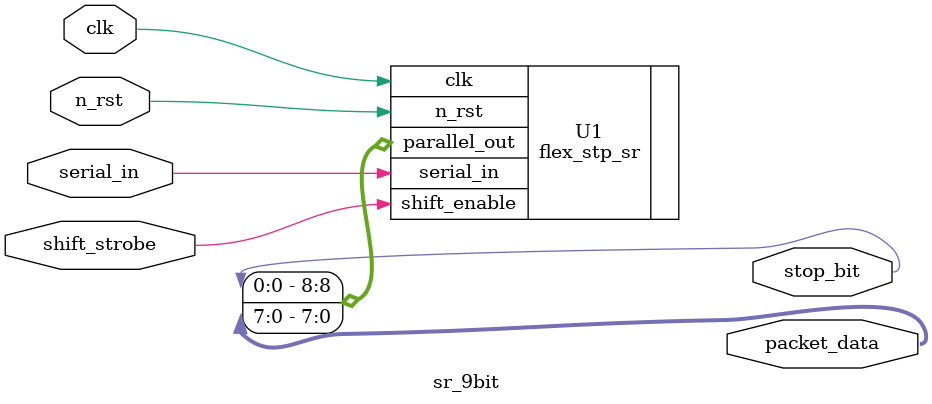
<source format=sv>

module sr_9bit
(
    input logic clk,
    input logic n_rst,
    input logic shift_strobe,
    input logic serial_in,
    output logic [7:0] packet_data,
    output logic stop_bit
);

    flex_stp_sr #(.NUM_BITS(9),.SHIFT_MSB(1'b0)) U1 (.clk(clk), .n_rst(n_rst), .shift_enable(shift_strobe), .serial_in(serial_in), .parallel_out({stop_bit,packet_data}));

endmodule
</source>
